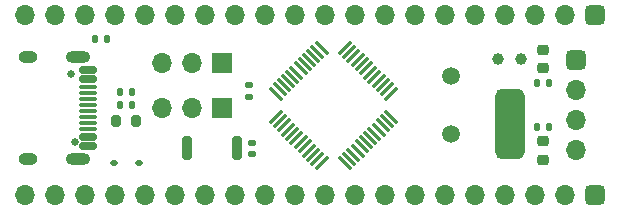
<source format=gbr>
%TF.GenerationSoftware,KiCad,Pcbnew,6.0.2+dfsg-1*%
%TF.CreationDate,2022-07-02T11:43:59+03:00*%
%TF.ProjectId,GDBluePill,4744426c-7565-4506-996c-6c2e6b696361,rev?*%
%TF.SameCoordinates,Original*%
%TF.FileFunction,Soldermask,Top*%
%TF.FilePolarity,Negative*%
%FSLAX46Y46*%
G04 Gerber Fmt 4.6, Leading zero omitted, Abs format (unit mm)*
G04 Created by KiCad (PCBNEW 6.0.2+dfsg-1) date 2022-07-02 11:43:59*
%MOMM*%
%LPD*%
G01*
G04 APERTURE LIST*
G04 Aperture macros list*
%AMRoundRect*
0 Rectangle with rounded corners*
0 $1 Rounding radius*
0 $2 $3 $4 $5 $6 $7 $8 $9 X,Y pos of 4 corners*
0 Add a 4 corners polygon primitive as box body*
4,1,4,$2,$3,$4,$5,$6,$7,$8,$9,$2,$3,0*
0 Add four circle primitives for the rounded corners*
1,1,$1+$1,$2,$3*
1,1,$1+$1,$4,$5*
1,1,$1+$1,$6,$7*
1,1,$1+$1,$8,$9*
0 Add four rect primitives between the rounded corners*
20,1,$1+$1,$2,$3,$4,$5,0*
20,1,$1+$1,$4,$5,$6,$7,0*
20,1,$1+$1,$6,$7,$8,$9,0*
20,1,$1+$1,$8,$9,$2,$3,0*%
G04 Aperture macros list end*
%ADD10RoundRect,0.200000X-0.200000X-0.800000X0.200000X-0.800000X0.200000X0.800000X-0.200000X0.800000X0*%
%ADD11C,0.650000*%
%ADD12RoundRect,0.150000X-0.575000X0.150000X-0.575000X-0.150000X0.575000X-0.150000X0.575000X0.150000X0*%
%ADD13RoundRect,0.075000X-0.650000X0.075000X-0.650000X-0.075000X0.650000X-0.075000X0.650000X0.075000X0*%
%ADD14O,2.100000X1.000000*%
%ADD15O,1.600000X1.000000*%
%ADD16RoundRect,0.135000X-0.135000X-0.185000X0.135000X-0.185000X0.135000X0.185000X-0.135000X0.185000X0*%
%ADD17RoundRect,0.218750X-0.256250X0.218750X-0.256250X-0.218750X0.256250X-0.218750X0.256250X0.218750X0*%
%ADD18RoundRect,0.135000X0.135000X0.185000X-0.135000X0.185000X-0.135000X-0.185000X0.135000X-0.185000X0*%
%ADD19O,1.700000X1.700000*%
%ADD20R,1.700000X1.700000*%
%ADD21C,1.000000*%
%ADD22RoundRect,0.625000X-0.625000X-2.375000X0.625000X-2.375000X0.625000X2.375000X-0.625000X2.375000X0*%
%ADD23RoundRect,0.112500X0.187500X0.112500X-0.187500X0.112500X-0.187500X-0.112500X0.187500X-0.112500X0*%
%ADD24RoundRect,0.200000X-0.200000X-0.275000X0.200000X-0.275000X0.200000X0.275000X-0.200000X0.275000X0*%
%ADD25RoundRect,0.075000X0.415425X0.521491X-0.521491X-0.415425X-0.415425X-0.521491X0.521491X0.415425X0*%
%ADD26RoundRect,0.075000X-0.415425X0.521491X-0.521491X0.415425X0.415425X-0.521491X0.521491X-0.415425X0*%
%ADD27RoundRect,0.425000X-0.425000X-0.425000X0.425000X-0.425000X0.425000X0.425000X-0.425000X0.425000X0*%
%ADD28RoundRect,0.425000X-0.425000X0.425000X-0.425000X-0.425000X0.425000X-0.425000X0.425000X0.425000X0*%
%ADD29RoundRect,0.140000X-0.170000X0.140000X-0.170000X-0.140000X0.170000X-0.140000X0.170000X0.140000X0*%
%ADD30C,1.500000*%
%ADD31RoundRect,0.140000X0.170000X-0.140000X0.170000X0.140000X-0.170000X0.140000X-0.170000X-0.140000X0*%
%ADD32RoundRect,0.218750X0.256250X-0.218750X0.256250X0.218750X-0.256250X0.218750X-0.256250X-0.218750X0*%
G04 APERTURE END LIST*
D10*
%TO.C,SW1*%
X31529600Y-30353000D03*
X35729600Y-30353000D03*
%TD*%
D11*
%TO.C,P1*%
X21727600Y-24034000D03*
X22000000Y-29814000D03*
D12*
X23172600Y-23674000D03*
X23172600Y-24474000D03*
D13*
X23172600Y-25674000D03*
X23172600Y-26674000D03*
X23172600Y-27174000D03*
X23172600Y-28174000D03*
D12*
X23172600Y-29374000D03*
X23172600Y-30174000D03*
D13*
X23172600Y-28674000D03*
X23172600Y-27674000D03*
X23172600Y-26174000D03*
X23172600Y-25174000D03*
D14*
X22257600Y-31244000D03*
D15*
X18077600Y-31244000D03*
X18077600Y-22604000D03*
D14*
X22257600Y-22604000D03*
%TD*%
D16*
%TO.C,R5*%
X25800000Y-26680000D03*
X26820000Y-26680000D03*
%TD*%
D17*
%TO.C,D2*%
X61650000Y-22002500D03*
X61650000Y-23577500D03*
%TD*%
D18*
%TO.C,R6*%
X62130000Y-24830000D03*
X61110000Y-24830000D03*
%TD*%
D19*
%TO.C,J2*%
X29380000Y-26924000D03*
X31920000Y-26924000D03*
D20*
X34460000Y-26924000D03*
%TD*%
D21*
%TO.C,Y2*%
X57886600Y-22809200D03*
X59786600Y-22809200D03*
D22*
X58836600Y-28309200D03*
%TD*%
D23*
%TO.C,D1*%
X27440600Y-31597600D03*
X25340600Y-31597600D03*
%TD*%
D16*
%TO.C,R3*%
X23721600Y-21082000D03*
X24741600Y-21082000D03*
%TD*%
D19*
%TO.C,J1*%
X29385000Y-23114000D03*
X31925000Y-23114000D03*
D20*
X34465000Y-23114000D03*
%TD*%
D18*
%TO.C,R8*%
X62130000Y-28500000D03*
X61110000Y-28500000D03*
%TD*%
D24*
%TO.C,R4*%
X25514800Y-27990800D03*
X27164800Y-27990800D03*
%TD*%
D25*
%TO.C,U2*%
X48787876Y-25701212D03*
X48434322Y-25347658D03*
X48080769Y-24994105D03*
X47727215Y-24640551D03*
X47373662Y-24286998D03*
X47020109Y-23933445D03*
X46666555Y-23579891D03*
X46313002Y-23226338D03*
X45959449Y-22872785D03*
X45605895Y-22519231D03*
X45252342Y-22165678D03*
X44898788Y-21812124D03*
D26*
X42901212Y-21812124D03*
X42547658Y-22165678D03*
X42194105Y-22519231D03*
X41840551Y-22872785D03*
X41486998Y-23226338D03*
X41133445Y-23579891D03*
X40779891Y-23933445D03*
X40426338Y-24286998D03*
X40072785Y-24640551D03*
X39719231Y-24994105D03*
X39365678Y-25347658D03*
X39012124Y-25701212D03*
D25*
X39012124Y-27698788D03*
X39365678Y-28052342D03*
X39719231Y-28405895D03*
X40072785Y-28759449D03*
X40426338Y-29113002D03*
X40779891Y-29466555D03*
X41133445Y-29820109D03*
X41486998Y-30173662D03*
X41840551Y-30527215D03*
X42194105Y-30880769D03*
X42547658Y-31234322D03*
X42901212Y-31587876D03*
D26*
X44898788Y-31587876D03*
X45252342Y-31234322D03*
X45605895Y-30880769D03*
X45959449Y-30527215D03*
X46313002Y-30173662D03*
X46666555Y-29820109D03*
X47020109Y-29466555D03*
X47373662Y-29113002D03*
X47727215Y-28759449D03*
X48080769Y-28405895D03*
X48434322Y-28052342D03*
X48787876Y-27698788D03*
%TD*%
D27*
%TO.C,J4*%
X64459000Y-22870000D03*
D19*
X64459000Y-25410000D03*
X64459000Y-27950000D03*
X64459000Y-30490000D03*
%TD*%
D28*
%TO.C,J3*%
X66040000Y-19050000D03*
D19*
X63500000Y-19050000D03*
X60960000Y-19050000D03*
X58420000Y-19050000D03*
X55880000Y-19050000D03*
X53340000Y-19050000D03*
X50800000Y-19050000D03*
X48260000Y-19050000D03*
X45720000Y-19050000D03*
X43180000Y-19050000D03*
X40640000Y-19050000D03*
X38100000Y-19050000D03*
X35560000Y-19050000D03*
X33020000Y-19050000D03*
X30480000Y-19050000D03*
X27940000Y-19050000D03*
X25400000Y-19050000D03*
X22860000Y-19050000D03*
X20320000Y-19050000D03*
X17780000Y-19050000D03*
%TD*%
D29*
%TO.C,C11*%
X36779200Y-24996200D03*
X36779200Y-25956200D03*
%TD*%
D30*
%TO.C,Y1*%
X53850000Y-24230000D03*
X53850000Y-29110000D03*
%TD*%
D31*
%TO.C,C2*%
X37058600Y-30833000D03*
X37058600Y-29873000D03*
%TD*%
D19*
%TO.C,J5*%
X17780000Y-34290000D03*
X20320000Y-34290000D03*
X22860000Y-34290000D03*
X25400000Y-34290000D03*
X27940000Y-34290000D03*
X30480000Y-34290000D03*
X33020000Y-34290000D03*
X35560000Y-34290000D03*
X38100000Y-34290000D03*
X40640000Y-34290000D03*
X43180000Y-34290000D03*
X45720000Y-34290000D03*
X48260000Y-34290000D03*
X50800000Y-34290000D03*
X53340000Y-34290000D03*
X55880000Y-34290000D03*
X58420000Y-34290000D03*
X60960000Y-34290000D03*
X63500000Y-34290000D03*
D28*
X66040000Y-34290000D03*
%TD*%
D32*
%TO.C,D3*%
X61650000Y-31337500D03*
X61650000Y-29762500D03*
%TD*%
D18*
%TO.C,R7*%
X26824400Y-25603200D03*
X25804400Y-25603200D03*
%TD*%
M02*

</source>
